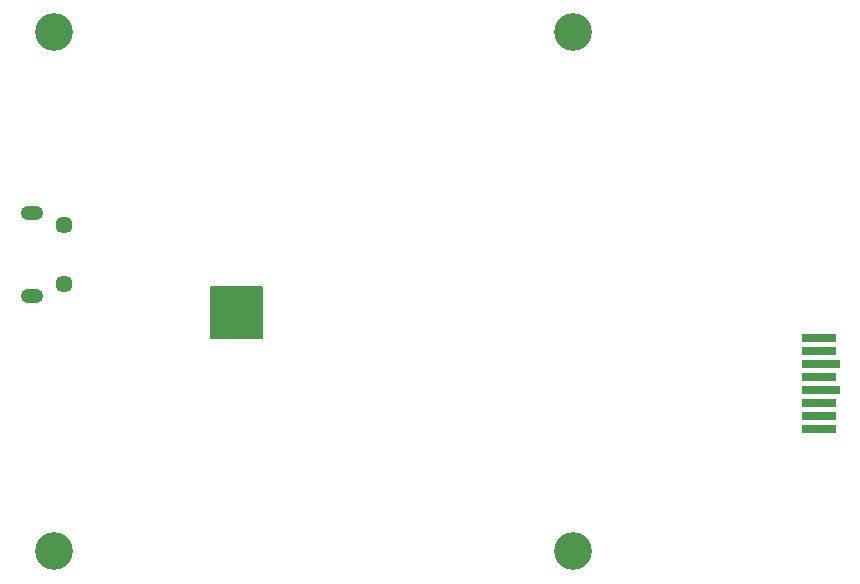
<source format=gbs>
%TF.GenerationSoftware,KiCad,Pcbnew,6.0.0*%
%TF.CreationDate,2022-01-02T17:56:43-06:00*%
%TF.ProjectId,sd-card-mux,73642d63-6172-4642-9d6d-75782e6b6963,rev?*%
%TF.SameCoordinates,Original*%
%TF.FileFunction,Soldermask,Bot*%
%TF.FilePolarity,Negative*%
%FSLAX46Y46*%
G04 Gerber Fmt 4.6, Leading zero omitted, Abs format (unit mm)*
G04 Created by KiCad (PCBNEW 6.0.0) date 2022-01-02 17:56:43*
%MOMM*%
%LPD*%
G01*
G04 APERTURE LIST*
%ADD10C,0.150000*%
%ADD11C,3.200000*%
%ADD12C,0.660000*%
%ADD13C,1.450000*%
%ADD14O,1.900000X1.200000*%
%ADD15R,2.900000X0.800000*%
%ADD16R,3.200000X0.800000*%
G04 APERTURE END LIST*
D10*
X138684000Y-94869000D02*
X143002000Y-94869000D01*
X143002000Y-94869000D02*
X143002000Y-99187000D01*
X143002000Y-99187000D02*
X138684000Y-99187000D01*
X138684000Y-99187000D02*
X138684000Y-94869000D01*
G36*
X138684000Y-94869000D02*
G01*
X143002000Y-94869000D01*
X143002000Y-99187000D01*
X138684000Y-99187000D01*
X138684000Y-94869000D01*
G37*
D11*
%TO.C,H2*%
X125349000Y-73279000D03*
%TD*%
D12*
%TO.C,U2*%
X142643000Y-98828000D03*
X140243000Y-98828000D03*
X140243000Y-95228000D03*
X139043000Y-98828000D03*
X141443000Y-96428000D03*
X142643000Y-95228000D03*
X141443000Y-97628000D03*
X140243000Y-96428000D03*
X141443000Y-98828000D03*
X142643000Y-97628000D03*
X139043000Y-95228000D03*
X142643000Y-96428000D03*
X139043000Y-97628000D03*
X141443000Y-95228000D03*
X139043000Y-96428000D03*
X140243000Y-97628000D03*
%TD*%
D13*
%TO.C,J1*%
X126176500Y-94575000D03*
X126176500Y-89575000D03*
D14*
X123476500Y-95575000D03*
X123476500Y-88575000D03*
%TD*%
D11*
%TO.C,H3*%
X125349000Y-117221000D03*
%TD*%
%TO.C,H1*%
X169291000Y-117221000D03*
%TD*%
%TO.C,H4*%
X169291000Y-73279000D03*
%TD*%
D15*
%TO.C,J5*%
X190170000Y-106900000D03*
X190170000Y-105800000D03*
X190170000Y-104700000D03*
D16*
X190320000Y-103600000D03*
D15*
X190170000Y-102500000D03*
D16*
X190320000Y-101400000D03*
D15*
X190170000Y-100300000D03*
X190170000Y-99200000D03*
%TD*%
M02*

</source>
